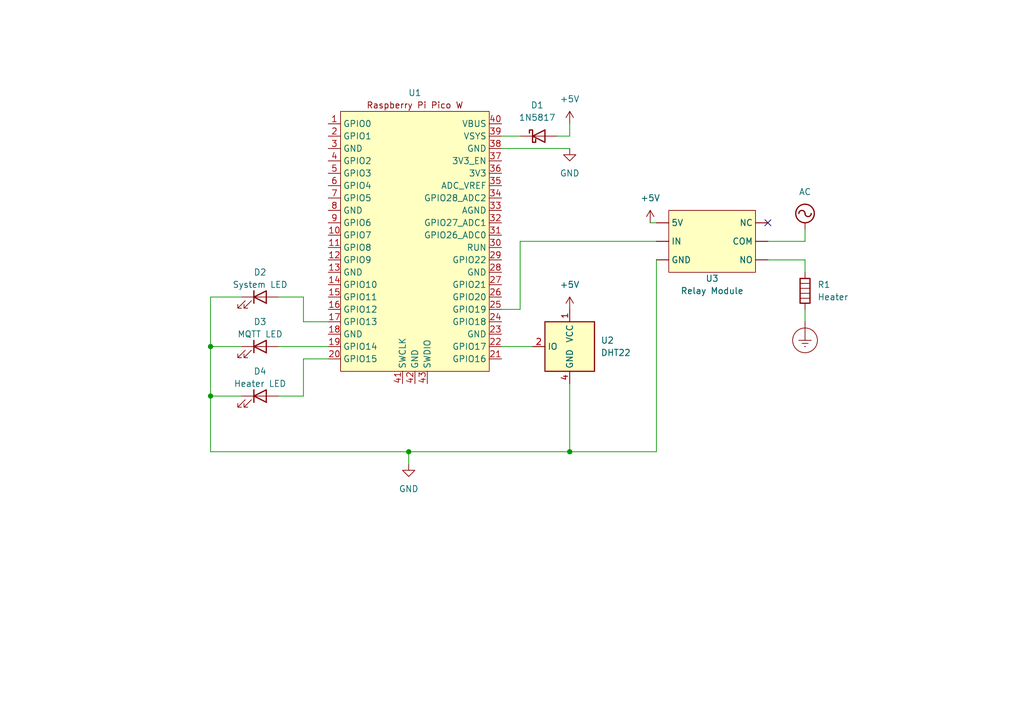
<source format=kicad_sch>
(kicad_sch (version 20211123) (generator eeschema)
  (paper "A5")
  (title_block (title "Filament Dryer") (date "2023-04-24") (rev "1"))
  (lib_symbols
    (symbol "Custom_Modules:1Ch_Relay_Module"
      (property "Reference" "U" (at -1.27 3.81 0))
      (property "Value" "1Ch_Relay_Module" (at 0 -12.7 0))
      (symbol "1Ch_Relay_Module_0_1"
        (rectangle (start -8.89 2.54) (end 8.89 -10.16) (fill (type background)))
      )
      (symbol "1Ch_Relay_Module_1_1"
        (pin power_in line (at -11.43 0 0) (length 2.54) (name "5V") (number ""))
        (pin output line (at 11.43 -3.81 180) (length 2.54) (name "COM") (number ""))
        (pin input line (at -11.43 -7.62 0) (length 2.54) (name "GND") (number ""))
        (pin input line (at -11.43 -3.81 0) (length 2.54) (name "IN") (number ""))
        (pin output line (at 11.43 0 180) (length 2.54) (name "NC") (number ""))
        (pin output line (at 11.43 -7.62 180) (length 2.54) (name "NO") (number ""))
      )
    )
    (symbol "Device:Heater" (pin_numbers hide) (pin_names (offset 0))
      (property "Reference" "R" (at 2.032 0 90))
      (property "Value" "Heater" (at -2.032 0 90))
      (symbol "Heater_0_1"
        (rectangle (start -1.016 -2.54) (end 1.016 2.54) (stroke (width 0.254)))
        (polyline (pts (xy -1.016 1.524) (xy 1.016 1.524)))
        (polyline (pts (xy 1.016 -1.524) (xy -1.016 -1.524)))
        (polyline (pts (xy 1.016 -0.508) (xy -1.016 -0.508)))
        (polyline (pts (xy 1.016 0.508) (xy -1.016 0.508)))
      )
      (symbol "Heater_1_1"
        (pin passive line (at 0 3.81 270) (length 1.27) (name "~") (number "1"))
        (pin passive line (at 0 -3.81 90) (length 1.27) (name "~") (number "2"))
      )
    )
    (symbol "Device:LED" (pin_numbers hide) (pin_names (offset 1.016) hide)
      (property "Reference" "D" (at 0 2.54 0))
      (property "Value" "LED" (at 0 -2.54 0))
      (symbol "LED_0_1"
        (polyline (pts (xy -1.27 -1.27) (xy -1.27 1.27)) (stroke (width 0.254)))
        (polyline (pts (xy -1.27 0) (xy 1.27 0)))
        (polyline (pts (xy 1.27 -1.27) (xy 1.27 1.27) (xy -1.27 0) (xy 1.27 -1.27)) (stroke (width 0.254)))
        (polyline (pts (xy -3.048 -0.762) (xy -4.572 -2.286) (xy -3.81 -2.286) (xy -4.572 -2.286) (xy -4.572 -1.524)))
        (polyline (pts (xy -1.778 -0.762) (xy -3.302 -2.286) (xy -2.54 -2.286) (xy -3.302 -2.286) (xy -3.302 -1.524)))
      )
      (symbol "LED_1_1"
        (pin passive line (at -3.81 0 0) (length 2.54) (name "K") (number "1"))
        (pin passive line (at 3.81 0 180) (length 2.54) (name "A") (number "2"))
      )
    )
    (symbol "Diode:1N5817" (pin_numbers hide) (pin_names (offset 1.016) hide)
      (property "Reference" "D" (at 0 2.54 0))
      (property "Value" "1N5817" (at 0 -2.54 0))
      (symbol "1N5817_0_1"
        (polyline (pts (xy 1.27 0) (xy -1.27 0)))
        (polyline (pts (xy 1.27 1.27) (xy 1.27 -1.27) (xy -1.27 0) (xy 1.27 1.27)) (stroke (width 0.254)))
        (polyline (pts (xy -1.905 0.635) (xy -1.905 1.27) (xy -1.27 1.27) (xy -1.27 -1.27) (xy -0.635 -1.27) (xy -0.635 -0.635)) (stroke (width 0.254)))
      )
      (symbol "1N5817_1_1"
        (pin passive line (at -3.81 0 0) (length 2.54) (name "K") (number "1"))
        (pin passive line (at 3.81 0 180) (length 2.54) (name "A") (number "2"))
      )
    )
    (symbol "MCU_RaspberryPi_and_Boards:Pico-W"
      (property "Reference" "U" (at -13.97 27.94 0))
      (property "Value" "Pico-W" (at 0 19.05 0))
      (symbol "Pico-W_0_0"
        (text "Raspberry Pi Pico W" (at 0 27.94 0) (effects (font (size 1.27 1.27))))
      )
      (symbol "Pico-W_0_1"
        (rectangle (start -15.24 26.67) (end 15.24 -26.67) (fill (type background)))
      )
      (symbol "Pico-W_1_1"
        (pin bidirectional line (at -17.78 24.13 0) (length 2.54) (name "GPIO0") (number "1"))
        (pin bidirectional line (at -17.78 1.27 0) (length 2.54) (name "GPIO7") (number "10"))
        (pin bidirectional line (at -17.78 -1.27 0) (length 2.54) (name "GPIO8") (number "11"))
        (pin bidirectional line (at -17.78 -3.81 0) (length 2.54) (name "GPIO9") (number "12"))
        (pin power_in line (at -17.78 -6.35 0) (length 2.54) (name "GND") (number "13"))
        (pin bidirectional line (at -17.78 -8.89 0) (length 2.54) (name "GPIO10") (number "14"))
        (pin bidirectional line (at -17.78 -11.43 0) (length 2.54) (name "GPIO11") (number "15"))
        (pin bidirectional line (at -17.78 -13.97 0) (length 2.54) (name "GPIO12") (number "16"))
        (pin bidirectional line (at -17.78 -16.51 0) (length 2.54) (name "GPIO13") (number "17"))
        (pin power_in line (at -17.78 -19.05 0) (length 2.54) (name "GND") (number "18"))
        (pin bidirectional line (at -17.78 -21.59 0) (length 2.54) (name "GPIO14") (number "19"))
        (pin bidirectional line (at -17.78 21.59 0) (length 2.54) (name "GPIO1") (number "2"))
        (pin bidirectional line (at -17.78 -24.13 0) (length 2.54) (name "GPIO15") (number "20"))
        (pin bidirectional line (at 17.78 -24.13 180) (length 2.54) (name "GPIO16") (number "21"))
        (pin bidirectional line (at 17.78 -21.59 180) (length 2.54) (name "GPIO17") (number "22"))
        (pin power_in line (at 17.78 -19.05 180) (length 2.54) (name "GND") (number "23"))
        (pin bidirectional line (at 17.78 -16.51 180) (length 2.54) (name "GPIO18") (number "24"))
        (pin bidirectional line (at 17.78 -13.97 180) (length 2.54) (name "GPIO19") (number "25"))
        (pin bidirectional line (at 17.78 -11.43 180) (length 2.54) (name "GPIO20") (number "26"))
        (pin bidirectional line (at 17.78 -8.89 180) (length 2.54) (name "GPIO21") (number "27"))
        (pin power_in line (at 17.78 -6.35 180) (length 2.54) (name "GND") (number "28"))
        (pin bidirectional line (at 17.78 -3.81 180) (length 2.54) (name "GPIO22") (number "29"))
        (pin power_in line (at -17.78 19.05 0) (length 2.54) (name "GND") (number "3"))
        (pin input line (at 17.78 -1.27 180) (length 2.54) (name "RUN") (number "30"))
        (pin bidirectional line (at 17.78 1.27 180) (length 2.54) (name "GPIO26_ADC0") (number "31"))
        (pin bidirectional line (at 17.78 3.81 180) (length 2.54) (name "GPIO27_ADC1") (number "32"))
        (pin power_in line (at 17.78 6.35 180) (length 2.54) (name "AGND") (number "33"))
        (pin bidirectional line (at 17.78 8.89 180) (length 2.54) (name "GPIO28_ADC2") (number "34"))
        (pin power_in line (at 17.78 11.43 180) (length 2.54) (name "ADC_VREF") (number "35"))
        (pin power_in line (at 17.78 13.97 180) (length 2.54) (name "3V3") (number "36"))
        (pin input line (at 17.78 16.51 180) (length 2.54) (name "3V3_EN") (number "37"))
        (pin bidirectional line (at 17.78 19.05 180) (length 2.54) (name "GND") (number "38"))
        (pin power_in line (at 17.78 21.59 180) (length 2.54) (name "VSYS") (number "39"))
        (pin bidirectional line (at -17.78 16.51 0) (length 2.54) (name "GPIO2") (number "4"))
        (pin power_in line (at 17.78 24.13 180) (length 2.54) (name "VBUS") (number "40"))
        (pin input line (at -2.54 -29.21 90) (length 2.54) (name "SWCLK") (number "41"))
        (pin power_in line (at 0 -29.21 90) (length 2.54) (name "GND") (number "42"))
        (pin bidirectional line (at 2.54 -29.21 90) (length 2.54) (name "SWDIO") (number "43"))
        (pin bidirectional line (at -17.78 13.97 0) (length 2.54) (name "GPIO3") (number "5"))
        (pin bidirectional line (at -17.78 11.43 0) (length 2.54) (name "GPIO4") (number "6"))
        (pin bidirectional line (at -17.78 8.89 0) (length 2.54) (name "GPIO5") (number "7"))
        (pin power_in line (at -17.78 6.35 0) (length 2.54) (name "GND") (number "8"))
        (pin bidirectional line (at -17.78 3.81 0) (length 2.54) (name "GPIO6") (number "9"))
      )
    )
    (symbol "Sensor:DHT11"
      (property "Reference" "U" (at -3.81 6.35 0))
      (property "Value" "DHT11" (at 3.81 6.35 0))
      (symbol "DHT11_0_1"
        (rectangle (start -5.08 5.08) (end 5.08 -5.08) (stroke (width 0.254)) (fill (type background)))
      )
      (symbol "DHT11_1_1"
        (pin power_in line (at 0 7.62 270) (length 2.54) (name "VCC") (number "1"))
        (pin bidirectional line (at 7.62 0 180) (length 2.54) (name "IO") (number "2"))
        (pin no_connect line (at -5.08 0 0) (length 2.54) hide (name "NC") (number "3"))
        (pin power_in line (at 0 -7.62 90) (length 2.54) (name "GND") (number "4"))
      )
    )
    (symbol "power:+5V" (power) (pin_names (offset 0))
      (property "Value" "+5V" (at 0 3.556 0))
      (symbol "+5V_0_1"
        (polyline (pts (xy -0.762 1.27) (xy 0 2.54)))
        (polyline (pts (xy 0 0) (xy 0 2.54)))
        (polyline (pts (xy 0 2.54) (xy 0.762 1.27)))
      )
      (symbol "+5V_1_1"
        (pin power_in line (at 0 0 90) (length 0) hide (name "+5V") (number "1"))
      )
    )
    (symbol "power:AC" (power) (pin_names (offset 0))
      (property "Value" "AC" (at 0 6.35 0))
      (symbol "AC_0_1"
        (polyline (pts (xy 0 0) (xy 0 1.27)))
        (arc (start 0 3.175) (mid -0.635 3.81) (end -1.27 3.175) (stroke (width 0.254)))
        (arc (start 0 3.175) (mid 0.635 2.54) (end 1.27 3.175) (stroke (width 0.254)))
        (circle (center 0 3.175) (radius 1.905) (stroke (width 0.254)))
      )
      (symbol "AC_1_1"
        (pin power_in line (at 0 0 90) (length 0) hide (name "AC") (number "1"))
      )
    )
    (symbol "power:Earth_Protective" (power) (pin_names (offset 0))
      (symbol "Earth_Protective_0_1"
        (circle (center 0 -3.81) (radius 2.54))
        (polyline (pts (xy -0.635 -4.445) (xy 0.635 -4.445)))
        (polyline (pts (xy -0.127 -5.08) (xy 0.127 -5.08)))
        (polyline (pts (xy 0 -3.81) (xy 0 0)))
        (polyline (pts (xy 1.27 -3.81) (xy -1.27 -3.81)))
      )
      (symbol "Earth_Protective_1_1"
        (pin power_in line (at 0 0 270) (length 0) hide (name "Earth_Protective") (number "1"))
      )
    )
    (symbol "power:GND" (power) (pin_names (offset 0))
      (property "Value" "GND" (at 0 -3.81 0))
      (symbol "GND_0_1"
        (polyline (pts (xy 0 0) (xy 0 -1.27) (xy 1.27 -1.27) (xy 0 -2.54) (xy -1.27 -1.27) (xy 0 -1.27)))
      )
      (symbol "GND_1_1"
        (pin power_in line (at 0 0 270) (length 0) hide (name "GND") (number "1"))
      )
    )
  )
  (junction (at 83.82 92.71))
  (junction (at 43.18 81.28))
  (junction (at 116.84 92.71))
  (junction (at 43.18 71.12))
  (no_connect (at 157.48 45.72))
  (wire (pts (xy 102.87 30.48) (xy 116.84 30.48)))
  (wire (pts (xy 134.62 53.34) (xy 134.62 92.71)))
  (wire (pts (xy 62.23 73.66) (xy 62.23 81.28)))
  (wire (pts (xy 102.87 63.5) (xy 106.68 63.5)))
  (wire (pts (xy 83.82 92.71) (xy 116.84 92.71)))
  (wire (pts (xy 83.82 92.71) (xy 83.82 95.25)))
  (wire (pts (xy 165.1 63.5) (xy 165.1 66.04)))
  (wire (pts (xy 102.87 27.94) (xy 106.68 27.94)))
  (wire (pts (xy 57.15 71.12) (xy 67.31 71.12)))
  (wire (pts (xy 102.87 71.12) (xy 109.22 71.12)))
  (wire (pts (xy 43.18 71.12) (xy 49.53 71.12)))
  (wire (pts (xy 49.53 60.96) (xy 43.18 60.96)))
  (wire (pts (xy 43.18 71.12) (xy 43.18 81.28)))
  (wire (pts (xy 62.23 60.96) (xy 62.23 66.04)))
  (wire (pts (xy 116.84 78.74) (xy 116.84 92.71)))
  (wire (pts (xy 165.1 53.34) (xy 165.1 55.88)))
  (wire (pts (xy 43.18 81.28) (xy 43.18 92.71)))
  (wire (pts (xy 165.1 49.53) (xy 165.1 46.99)))
  (wire (pts (xy 106.68 49.53) (xy 106.68 63.5)))
  (wire (pts (xy 116.84 25.4) (xy 116.84 27.94)))
  (wire (pts (xy 62.23 60.96) (xy 57.15 60.96)))
  (wire (pts (xy 157.48 49.53) (xy 165.1 49.53)))
  (wire (pts (xy 133.35 45.72) (xy 134.62 45.72)))
  (wire (pts (xy 62.23 66.04) (xy 67.31 66.04)))
  (wire (pts (xy 62.23 81.28) (xy 57.15 81.28)))
  (wire (pts (xy 134.62 49.53) (xy 106.68 49.53)))
  (wire (pts (xy 114.3 27.94) (xy 116.84 27.94)))
  (wire (pts (xy 67.31 73.66) (xy 62.23 73.66)))
  (wire (pts (xy 43.18 92.71) (xy 83.82 92.71)))
  (wire (pts (xy 43.18 60.96) (xy 43.18 71.12)))
  (wire (pts (xy 116.84 92.71) (xy 134.62 92.71)))
  (wire (pts (xy 157.48 53.34) (xy 165.1 53.34)))
  (wire (pts (xy 43.18 81.28) (xy 49.53 81.28)))
  (symbol (lib_id "MCU_RaspberryPi_and_Boards:Pico-W") (at 85.09 49.53 0) (unit 1)
    (property "Reference" "U1" (at 85.09 19.05 0))
    (property "Value" "Pico-W" (effects hide))
    (property "Footprint" "RPi_Pico:RPi_Pico_SMD_TH" (effects hide))
  )
  (symbol (lib_id "power:Earth_Protective") (at 165.1 66.04 0) (unit 1)
    (property "Reference" "#PWR?" (effects hide))
    (property "Value" "Earth_Protective" (effects hide))
  )
  (symbol (lib_id "Sensor:DHT11") (at 116.84 71.12 0) (mirror y) (unit 1)
    (property "Reference" "U2" (at 123.19 69.8499 0) (effects (justify right)))
    (property "Value" "DHT22" (at 123.19 72.3899 0) (effects (justify right)))
    (property "Footprint" "Sensor:Aosong_DHT11_5.5x12.0_P2.54mm" (effects hide))
    (property "Datasheet" "http://akizukidenshi.com/download/ds/aosong/DHT11.pdf" (effects hide))
  )
  (symbol (lib_id "Device:LED") (at 53.34 71.12 0) (unit 1)
    (property "Reference" "D3" (at 53.34 66.04 0))
    (property "Value" "MQTT LED" (at 53.34 68.58 0))
  )
  (symbol (lib_id "Device:Heater") (at 165.1 59.69 0) (unit 1)
    (property "Reference" "R1" (at 167.64 58.4199 0) (effects (justify left)))
    (property "Value" "Heater" (at 167.64 60.9599 0) (effects (justify left)))
  )
  (symbol (lib_id "Device:LED") (at 53.34 60.96 0) (unit 1)
    (property "Reference" "D2" (at 53.34 55.88 0))
    (property "Value" "System LED" (at 53.34 58.42 0))
  )
  (symbol (lib_id "Device:LED") (at 53.34 81.28 0) (unit 1)
    (property "Reference" "D4" (at 53.34 76.2 0))
    (property "Value" "Heater LED" (at 53.34 78.74 0))
  )
  (symbol (lib_id "power:+5V") (at 116.84 63.5 0) (unit 1)
    (property "Reference" "#PWR?" (effects hide))
    (property "Value" "+5V" (at 116.84 58.42 0))
  )
  (symbol (lib_id "Custom_Modules:1Ch_Relay_Module") (at 146.05 45.72 0) (unit 1)
    (property "Reference" "U3" (at 146.05 57.15 0))
    (property "Value" "Relay Module" (at 146.05 59.69 0))
  )
  (symbol (lib_id "power:GND") (at 83.82 95.25 0) (unit 1)
    (property "Reference" "#PWR?" (effects hide))
    (property "Value" "GND" (at 83.82 100.33 0))
  )
  (symbol (lib_id "power:+5V") (at 116.84 25.4 0) (unit 1)
    (property "Reference" "#PWR?" (effects hide))
    (property "Value" "+5V" (at 116.84 20.32 0))
  )
  (symbol (lib_id "power:GND") (at 116.84 30.48 0) (unit 1)
    (property "Reference" "#PWR?" (effects hide))
    (property "Value" "GND" (at 116.84 35.56 0))
  )
  (symbol (lib_id "Diode:1N5817") (at 110.49 27.94 0) (unit 1)
    (property "Reference" "D1" (at 110.1725 21.59 0))
    (property "Value" "1N5817" (at 110.1725 24.13 0))
    (property "Footprint" "Diode_THT:D_DO-41_SOD81_P10.16mm_Horizontal" (effects hide))
    (property "Datasheet" "http://www.vishay.com/docs/88525/1n5817.pdf" (effects hide))
  )
  (symbol (lib_id "power:+5V") (at 133.35 45.72 0) (unit 1)
    (property "Reference" "#PWR?" (effects hide))
    (property "Value" "+5V" (at 133.35 40.64 0))
  )
  (symbol (lib_id "power:AC") (at 165.1 46.99 0) (unit 1)
    (property "Reference" "#PWR?" (effects hide))
    (property "Value" "AC" (at 165.1 39.37 0))
  )
)
</source>
